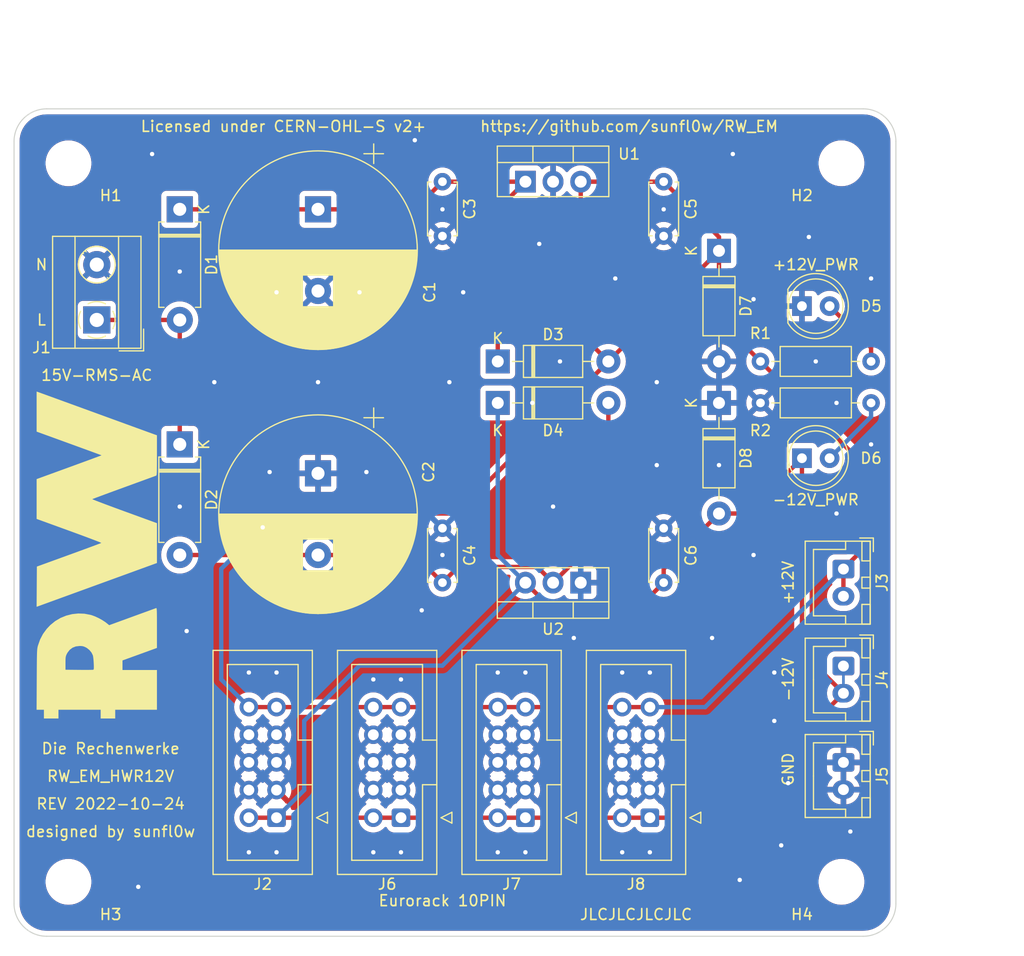
<source format=kicad_pcb>
(kicad_pcb (version 20211014) (generator pcbnew)
  (title_block (title "RW_EM_HWR12V") (date "2022-10-24") (rev "2022-10-24") (comment 1 "Licensed under CERN-OHL-S v2+") (comment 2 "https://github.com/sunfl0w/RW_EM"))
  (layers (0 "F.Cu" signal) (31 "B.Cu" signal) (34 "B.Paste" user) (35 "F.Paste" user) (36 "B.SilkS" user "B.Silkscreen") (37 "F.SilkS" user "F.Silkscreen") (38 "B.Mask" user) (39 "F.Mask" user) (44 "Edge.Cuts" user))
  (net 0 "")
  (net 1 "Net-(C1-Pad1)")
  (net 2 "GND")
  (net 3 "Net-(C2-Pad2)")
  (net 4 "+12V")
  (net 5 "-12V")
  (net 6 "Net-(D1-Pad2)")
  (net 7 "Net-(D5-Pad2)")
  (net 8 "Net-(D6-Pad2)")
  (footprint "RW_LOGO:RW_LOGO" (layer "F.Cu") (at 101.6 93.98 90)
    (fp_text reference "G***" hide)
    (fp_text value "LOGO" hide)
  )
  (footprint "Capacitor_THT:C_Disc_D4.7mm_W2.5mm_P5.00mm" (layer "F.Cu") (at 133.35 91.52 -90)
    (fp_text reference "C4" (at 2.5 -2.5 90) (layer "F.SilkS"))
    (fp_text value "1uF")
    (pad "1" thru_hole circle (at 0 0 270) (size 1.6 1.6) (drill 0.8) (layers *.Cu *.Mask) (net 2 "GND"))
    (pad "2" thru_hole circle (at 5 0 270) (size 1.6 1.6) (drill 0.8) (layers *.Cu *.Mask) (net 3 "Net-(C2-Pad2)"))
  )
  (footprint "Diode_THT:D_DO-41_SOD81_P10.16mm_Horizontal" (layer "F.Cu") (at 138.43 76.2)
    (fp_text reference "D3" (at 5.08 -2.47) (layer "F.SilkS"))
    (fp_text value "1n5819")
    (fp_text user "K" (at 0 -2.1) (layer "F.SilkS"))
    (pad "1" thru_hole rect (at 0 0) (size 2.2 2.2) (drill 1.1) (layers *.Cu *.Mask) (net 1 "Net-(C1-Pad1)"))
    (pad "2" thru_hole oval (at 10.16 0) (size 2.2 2.2) (drill 1.1) (layers *.Cu *.Mask) (net 4 "+12V"))
  )
  (footprint "Package_TO_SOT_THT:TO-220-3_Vertical" (layer "F.Cu") (at 140.97 59.69)
    (fp_text reference "U1" (at 9.525 -2.54) (layer "F.SilkS"))
    (fp_text value "L7812")
    (pad "1" thru_hole rect (at 0 0) (size 1.905 2) (drill 1.1) (layers *.Cu *.Mask) (net 1 "Net-(C1-Pad1)"))
    (pad "2" thru_hole oval (at 2.54 0) (size 1.905 2) (drill 1.1) (layers *.Cu *.Mask) (net 2 "GND"))
    (pad "3" thru_hole oval (at 5.08 0) (size 1.905 2) (drill 1.1) (layers *.Cu *.Mask) (net 4 "+12V"))
  )
  (footprint "Capacitor_THT:CP_Radial_D18.0mm_P7.50mm" (layer "F.Cu") (at 121.92 62.23 -90)
    (fp_text reference "C1" (at 7.62 -10.25 90) (layer "F.SilkS"))
    (fp_text value "4.7mF")
    (pad "1" thru_hole rect (at 0 0 270) (size 2.4 2.4) (drill 1.2) (layers *.Cu *.Mask) (net 1 "Net-(C1-Pad1)"))
    (pad "2" thru_hole circle (at 7.5 0 270) (size 2.4 2.4) (drill 1.2) (layers *.Cu *.Mask) (net 2 "GND"))
  )
  (footprint "MountingHole:MountingHole_3.2mm_M3" (layer "F.Cu") (at 99 124)
    (fp_text reference "H3" (at 3.87 3) (layer "F.SilkS"))
    (fp_text value "MountingHole")
    (pad "" np_thru_hole circle (at 0 0) (size 3.2 3.2) (drill 3.2) (layers *.Cu *.Mask))
  )
  (footprint "MountingHole:MountingHole_3.2mm_M3" (layer "F.Cu") (at 170 58)
    (fp_text reference "H2" (at -3.63 2.96) (layer "F.SilkS"))
    (fp_text value "MountingHole")
    (pad "" np_thru_hole circle (at 0 0) (size 3.2 3.2) (drill 3.2) (layers *.Cu *.Mask))
  )
  (footprint "MountingHole:MountingHole_3.2mm_M3" (layer "F.Cu") (at 99 58)
    (fp_text reference "H1" (at 3.87 2.96) (layer "F.SilkS"))
    (fp_text value "MountingHole")
    (pad "" np_thru_hole circle (at 0 0) (size 3.2 3.2) (drill 3.2) (layers *.Cu *.Mask))
  )
  (footprint "Connector_IDC:IDC-Header_2x05_P2.54mm_Vertical" (layer "F.Cu") (at 129.54 118.11 180)
    (fp_text reference "J6" (at 1.27 -6.1) (layer "F.SilkS"))
    (fp_text value "IDC_02x05")
    (pad "1" thru_hole roundrect (at 0 0 180) (size 1.7 1.7) (drill 1) (layers *.Cu *.Mask) (roundrect_rratio 0.1470588235) (net 5 "-12V"))
    (pad "2" thru_hole circle (at 2.54 0 180) (size 1.7 1.7) (drill 1) (layers *.Cu *.Mask) (net 5 "-12V"))
    (pad "3" thru_hole circle (at 0 2.54 180) (size 1.7 1.7) (drill 1) (layers *.Cu *.Mask) (net 2 "GND"))
    (pad "4" thru_hole circle (at 2.54 2.54 180) (size 1.7 1.7) (drill 1) (layers *.Cu *.Mask) (net 2 "GND"))
    (pad "5" thru_hole circle (at 0 5.08 180) (size 1.7 1.7) (drill 1) (layers *.Cu *.Mask) (net 2 "GND"))
    (pad "6" thru_hole circle (at 2.54 5.08 180) (size 1.7 1.7) (drill 1) (layers *.Cu *.Mask) (net 2 "GND"))
    (pad "7" thru_hole circle (at 0 7.62 180) (size 1.7 1.7) (drill 1) (layers *.Cu *.Mask) (net 2 "GND"))
    (pad "8" thru_hole circle (at 2.54 7.62 180) (size 1.7 1.7) (drill 1) (layers *.Cu *.Mask) (net 2 "GND"))
    (pad "9" thru_hole circle (at 0 10.16 180) (size 1.7 1.7) (drill 1) (layers *.Cu *.Mask) (net 4 "+12V"))
    (pad "10" thru_hole circle (at 2.54 10.16 180) (size 1.7 1.7) (drill 1) (layers *.Cu *.Mask) (net 4 "+12V"))
  )
  (footprint "Connector_IDC:IDC-Header_2x05_P2.54mm_Vertical" (layer "F.Cu") (at 140.97 118.11 180)
    (fp_text reference "J7" (at 1.27 -6.1) (layer "F.SilkS"))
    (fp_text value "IDC_02x05")
    (pad "1" thru_hole roundrect (at 0 0 180) (size 1.7 1.7) (drill 1) (layers *.Cu *.Mask) (roundrect_rratio 0.1470588235) (net 5 "-12V"))
    (pad "2" thru_hole circle (at 2.54 0 180) (size 1.7 1.7) (drill 1) (layers *.Cu *.Mask) (net 5 "-12V"))
    (pad "3" thru_hole circle (at 0 2.54 180) (size 1.7 1.7) (drill 1) (layers *.Cu *.Mask) (net 2 "GND"))
    (pad "4" thru_hole circle (at 2.54 2.54 180) (size 1.7 1.7) (drill 1) (layers *.Cu *.Mask) (net 2 "GND"))
    (pad "5" thru_hole circle (at 0 5.08 180) (size 1.7 1.7) (drill 1) (layers *.Cu *.Mask) (net 2 "GND"))
    (pad "6" thru_hole circle (at 2.54 5.08 180) (size 1.7 1.7) (drill 1) (layers *.Cu *.Mask) (net 2 "GND"))
    (pad "7" thru_hole circle (at 0 7.62 180) (size 1.7 1.7) (drill 1) (layers *.Cu *.Mask) (net 2 "GND"))
    (pad "8" thru_hole circle (at 2.54 7.62 180) (size 1.7 1.7) (drill 1) (layers *.Cu *.Mask) (net 2 "GND"))
    (pad "9" thru_hole circle (at 0 10.16 180) (size 1.7 1.7) (drill 1) (layers *.Cu *.Mask) (net 4 "+12V"))
    (pad "10" thru_hole circle (at 2.54 10.16 180) (size 1.7 1.7) (drill 1) (layers *.Cu *.Mask) (net 4 "+12V"))
  )
  (footprint "Diode_THT:D_DO-41_SOD81_P10.16mm_Horizontal" (layer "F.Cu") (at 158.75 80.01 -90)
    (fp_text reference "D8" (at 5.08 -2.47 90) (layer "F.SilkS"))
    (fp_text value "1n5819")
    (fp_text user "K" (at 0 2.54 90) (layer "F.SilkS"))
    (pad "1" thru_hole rect (at 0 0 270) (size 2.2 2.2) (drill 1.1) (layers *.Cu *.Mask) (net 2 "GND"))
    (pad "2" thru_hole oval (at 10.16 0 270) (size 2.2 2.2) (drill 1.1) (layers *.Cu *.Mask) (net 5 "-12V"))
  )
  (footprint "Connector_IDC:IDC-Header_2x05_P2.54mm_Vertical" (layer "F.Cu") (at 152.4 118.11 180)
    (fp_text reference "J8" (at 1.27 -6.1) (layer "F.SilkS"))
    (fp_text value "IDC_02x05")
    (pad "1" thru_hole roundrect (at 0 0 180) (size 1.7 1.7) (drill 1) (layers *.Cu *.Mask) (roundrect_rratio 0.1470588235) (net 5 "-12V"))
    (pad "2" thru_hole circle (at 2.54 0 180) (size 1.7 1.7) (drill 1) (layers *.Cu *.Mask) (net 5 "-12V"))
    (pad "3" thru_hole circle (at 0 2.54 180) (size 1.7 1.7) (drill 1) (layers *.Cu *.Mask) (net 2 "GND"))
    (pad "4" thru_hole circle (at 2.54 2.54 180) (size 1.7 1.7) (drill 1) (layers *.Cu *.Mask) (net 2 "GND"))
    (pad "5" thru_hole circle (at 0 5.08 180) (size 1.7 1.7) (drill 1) (layers *.Cu *.Mask) (net 2 "GND"))
    (pad "6" thru_hole circle (at 2.54 5.08 180) (size 1.7 1.7) (drill 1) (layers *.Cu *.Mask) (net 2 "GND"))
    (pad "7" thru_hole circle (at 0 7.62 180) (size 1.7 1.7) (drill 1) (layers *.Cu *.Mask) (net 2 "GND"))
    (pad "8" thru_hole circle (at 2.54 7.62 180) (size 1.7 1.7) (drill 1) (layers *.Cu *.Mask) (net 2 "GND"))
    (pad "9" thru_hole circle (at 0 10.16 180) (size 1.7 1.7) (drill 1) (layers *.Cu *.Mask) (net 4 "+12V"))
    (pad "10" thru_hole circle (at 2.54 10.16 180) (size 1.7 1.7) (drill 1) (layers *.Cu *.Mask) (net 4 "+12V"))
  )
  (footprint "Connector_JST:JST_XH_B2B-XH-A_1x02_P2.50mm_Vertical" (layer "F.Cu") (at 170.18 95.27 -90)
    (fp_text reference "J3" (at 1.25 -3.55 90) (layer "F.SilkS"))
    (fp_text value "DC_+12V_JST")
    (pad "1" thru_hole roundrect (at 0 0 270) (size 1.7 2) (drill 1) (layers *.Cu *.Mask) (roundrect_rratio 0.1470588235) (net 4 "+12V"))
    (pad "2" thru_hole oval (at 2.5 0 270) (size 1.7 2) (drill 1) (layers *.Cu *.Mask) (net 4 "+12V"))
  )
  (footprint "Diode_THT:D_DO-41_SOD81_P10.16mm_Horizontal" (layer "F.Cu") (at 158.75 66.04 -90)
    (fp_text reference "D7" (at 5.08 -2.47 90) (layer "F.SilkS"))
    (fp_text value "1n5819")
    (fp_text user "K" (at 0 2.54 90) (layer "F.SilkS"))
    (pad "1" thru_hole rect (at 0 0 270) (size 2.2 2.2) (drill 1.1) (layers *.Cu *.Mask) (net 4 "+12V"))
    (pad "2" thru_hole oval (at 10.16 0 270) (size 2.2 2.2) (drill 1.1) (layers *.Cu *.Mask) (net 2 "GND"))
  )
  (footprint "Capacitor_THT:C_Disc_D4.7mm_W2.5mm_P5.00mm" (layer "F.Cu") (at 153.67 91.52 -90)
    (fp_text reference "C6" (at 2.5 -2.5 90) (layer "F.SilkS"))
    (fp_text value "1uF")
    (pad "1" thru_hole circle (at 0 0 270) (size 1.6 1.6) (drill 0.8) (layers *.Cu *.Mask) (net 2 "GND"))
    (pad "2" thru_hole circle (at 5 0 270) (size 1.6 1.6) (drill 0.8) (layers *.Cu *.Mask) (net 5 "-12V"))
  )
  (footprint "Connector_JST:JST_XH_B2B-XH-A_1x02_P2.50mm_Vertical" (layer "F.Cu") (at 170.18 113.03 -90)
    (fp_text reference "J5" (at 1.25 -3.55 90) (layer "F.SilkS"))
    (fp_text value "DC_GND_JST")
    (pad "1" thru_hole roundrect (at 0 0 270) (size 1.7 2) (drill 1) (layers *.Cu *.Mask) (roundrect_rratio 0.1470588235) (net 2 "GND"))
    (pad "2" thru_hole oval (at 2.5 0 270) (size 1.7 2) (drill 1) (layers *.Cu *.Mask) (net 2 "GND"))
  )
  (footprint "Package_TO_SOT_THT:TO-220-3_Vertical" (layer "F.Cu") (at 146.05 96.52 180)
    (fp_text reference "U2" (at 2.54 -4.27) (layer "F.SilkS"))
    (fp_text value "L7912")
    (pad "1" thru_hole rect (at 0 0 180) (size 1.905 2) (drill 1.1) (layers *.Cu *.Mask) (net 2 "GND"))
    (pad "2" thru_hole oval (at 2.54 0 180) (size 1.905 2) (drill 1.1) (layers *.Cu *.Mask) (net 3 "Net-(C2-Pad2)"))
    (pad "3" thru_hole oval (at 5.08 0 180) (size 1.905 2) (drill 1.1) (layers *.Cu *.Mask) (net 5 "-12V"))
  )
  (footprint "Diode_THT:D_DO-15_P10.16mm_Horizontal" (layer "F.Cu") (at 109.22 83.82 -90)
    (fp_text reference "D2" (at 5.08 -2.92 90) (layer "F.SilkS"))
    (fp_text value "1n5062")
    (fp_text user "K" (at 0 -2.2 90) (layer "F.SilkS"))
    (pad "1" thru_hole rect (at 0 0 270) (size 2.4 2.4) (drill 1.2) (layers *.Cu *.Mask) (net 6 "Net-(D1-Pad2)"))
    (pad "2" thru_hole oval (at 10.16 0 270) (size 2.4 2.4) (drill 1.2) (layers *.Cu *.Mask) (net 3 "Net-(C2-Pad2)"))
  )
  (footprint "TerminalBlock_MetzConnect:TerminalBlock_MetzConnect_Type101_RT01602HBWC_1x02_P5.08mm_Horizontal" (layer "F.Cu") (at 101.6 72.39 90)
    (fp_text reference "J1" (at -2.54 -5.08 180) (layer "F.SilkS"))
    (fp_text value "AC_Screw_Connector")
    (pad "1" thru_hole rect (at 0 0 90) (size 2.5 2.5) (drill 1.3) (layers *.Cu *.Mask) (net 6 "Net-(D1-Pad2)"))
    (pad "2" thru_hole circle (at 5.08 0 90) (size 2.5 2.5) (drill 1.3) (layers *.Cu *.Mask) (net 2 "GND"))
  )
  (footprint "Diode_THT:D_DO-15_P10.16mm_Horizontal" (layer "F.Cu") (at 109.22 62.23 -90)
    (fp_text reference "D1" (at 5.08 -2.92 90) (layer "F.SilkS"))
    (fp_text value "1n5062")
    (fp_text user "K" (at 0 -2.2 90) (layer "F.SilkS"))
    (pad "1" thru_hole rect (at 0 0 270) (size 2.4 2.4) (drill 1.2) (layers *.Cu *.Mask) (net 1 "Net-(C1-Pad1)"))
    (pad "2" thru_hole oval (at 10.16 0 270) (size 2.4 2.4) (drill 1.2) (layers *.Cu *.Mask) (net 6 "Net-(D1-Pad2)"))
  )
  (footprint "Resistor_THT:R_Axial_DIN0207_L6.3mm_D2.5mm_P10.16mm_Horizontal" (layer "F.Cu") (at 162.56 80.01)
    (fp_text reference "R2" (at 0 2.54) (layer "F.SilkS"))
    (fp_text value "1k")
    (pad "1" thru_hole circle (at 0 0) (size 1.6 1.6) (drill 0.8) (layers *.Cu *.Mask) (net 2 "GND"))
    (pad "2" thru_hole oval (at 10.16 0) (size 1.6 1.6) (drill 0.8) (layers *.Cu *.Mask) (net 8 "Net-(D6-Pad2)"))
  )
  (footprint "MountingHole:MountingHole_3.2mm_M3" (layer "F.Cu") (at 170 124)
    (fp_text reference "H4" (at -3.63 3) (layer "F.SilkS"))
    (fp_text value "MountingHole")
    (pad "" np_thru_hole circle (at 0 0) (size 3.2 3.2) (drill 3.2) (layers *.Cu *.Mask))
  )
  (footprint "Capacitor_THT:CP_Radial_D18.0mm_P7.50mm" (layer "F.Cu") (at 121.92 86.48 -90)
    (fp_text reference "C2" (at -0.12 -10.16 90) (layer "F.SilkS"))
    (fp_text value "4.7mF")
    (pad "1" thru_hole rect (at 0 0 270) (size 2.4 2.4) (drill 1.2) (layers *.Cu *.Mask) (net 2 "GND"))
    (pad "2" thru_hole circle (at 7.5 0 270) (size 2.4 2.4) (drill 1.2) (layers *.Cu *.Mask) (net 3 "Net-(C2-Pad2)"))
  )
  (footprint "Capacitor_THT:C_Disc_D4.7mm_W2.5mm_P5.00mm" (layer "F.Cu") (at 153.67 59.69 -90)
    (fp_text reference "C5" (at 2.5 -2.5 90) (layer "F.SilkS"))
    (fp_text value "1uF")
    (pad "1" thru_hole circle (at 0 0 270) (size 1.6 1.6) (drill 0.8) (layers *.Cu *.Mask) (net 4 "+12V"))
    (pad "2" thru_hole circle (at 5 0 270) (size 1.6 1.6) (drill 0.8) (layers *.Cu *.Mask) (net 2 "GND"))
  )
  (footprint "LED_THT:LED_D5.0mm" (layer "F.Cu") (at 166.37 71.12)
    (fp_text reference "D5" (at 6.35 0) (layer "F.SilkS"))
    (fp_text value "+12V_LED")
    (pad "1" thru_hole rect (at 0 0) (size 1.8 1.8) (drill 0.9) (layers *.Cu *.Mask) (net 2 "GND"))
    (pad "2" thru_hole circle (at 2.54 0) (size 1.8 1.8) (drill 0.9) (layers *.Cu *.Mask) (net 7 "Net-(D5-Pad2)"))
  )
  (footprint "Capacitor_THT:C_Disc_D4.7mm_W2.5mm_P5.00mm" (layer "F.Cu") (at 133.35 59.69 -90)
    (fp_text reference "C3" (at 2.5 -2.5 90) (layer "F.SilkS"))
    (fp_text value "1uF")
    (pad "1" thru_hole circle (at 0 0 270) (size 1.6 1.6) (drill 0.8) (layers *.Cu *.Mask) (net 1 "Net-(C1-Pad1)"))
    (pad "2" thru_hole circle (at 5 0 270) (size 1.6 1.6) (drill 0.8) (layers *.Cu *.Mask) (net 2 "GND"))
  )
  (footprint "Connector_JST:JST_XH_B2B-XH-A_1x02_P2.50mm_Vertical" (layer "F.Cu") (at 170.18 104.18 -90)
    (fp_text reference "J4" (at 1.25 -3.55 90) (layer "F.SilkS"))
    (fp_text value "DC_-12V_JST")
    (pad "1" thru_hole roundrect (at 0 0 270) (size 1.7 2) (drill 1) (layers *.Cu *.Mask) (roundrect_rratio 0.1470588235) (net 5 "-12V"))
    (pad "2" thru_hole oval (at 2.5 0 270) (size 1.7 2) (drill 1) (layers *.Cu *.Mask) (net 5 "-12V"))
  )
  (footprint "LED_THT:LED_D5.0mm" (layer "F.Cu") (at 166.37 85.09)
    (fp_text reference "D6" (at 6.35 -0.000462) (layer "F.SilkS"))
    (fp_text value "-12V_LED")
    (pad "1" thru_hole rect (at 0 0) (size 1.8 1.8) (drill 0.9) (layers *.Cu *.Mask) (net 5 "-12V"))
    (pad "2" thru_hole circle (at 2.54 0) (size 1.8 1.8) (drill 0.9) (layers *.Cu *.Mask) (net 8 "Net-(D6-Pad2)"))
  )
  (footprint "Resistor_THT:R_Axial_DIN0207_L6.3mm_D2.5mm_P10.16mm_Horizontal" (layer "F.Cu") (at 162.56 76.2)
    (fp_text reference "R1" (at 0 -2.58) (layer "F.SilkS"))
    (fp_text value "1k")
    (pad "1" thru_hole circle (at 0 0) (size 1.6 1.6) (drill 0.8) (layers *.Cu *.Mask) (net 4 "+12V"))
    (pad "2" thru_hole oval (at 10.16 0) (size 1.6 1.6) (drill 0.8) (layers *.Cu *.Mask) (net 7 "Net-(D5-Pad2)"))
  )
  (footprint "Connector_IDC:IDC-Header_2x05_P2.54mm_Vertical" (layer "F.Cu") (at 118.11 118.11 180)
    (fp_text reference "J2" (at 1.27 -6.1) (layer "F.SilkS"))
    (fp_text value "IDC_02x05")
    (pad "1" thru_hole roundrect (at 0 0 180) (size 1.7 1.7) (drill 1) (layers *.Cu *.Mask) (roundrect_rratio 0.1470588235) (net 5 "-12V"))
    (pad "2" thru_hole circle (at 2.54 0 180) (size 1.7 1.7) (drill 1) (layers *.Cu *.Mask) (net 5 "-12V"))
    (pad "3" thru_hole circle (at 0 2.54 180) (size 1.7 1.7) (drill 1) (layers *.Cu *.Mask) (net 2 "GND"))
    (pad "4" thru_hole circle (at 2.54 2.54 180) (size 1.7 1.7) (drill 1) (layers *.Cu *.Mask) (net 2 "GND"))
    (pad "5" thru_hole circle (at 0 5.08 180) (size 1.7 1.7) (drill 1) (layers *.Cu *.Mask) (net 2 "GND"))
    (pad "6" thru_hole circle (at 2.54 5.08 180) (size 1.7 1.7) (drill 1) (layers *.Cu *.Mask) (net 2 "GND"))
    (pad "7" thru_hole circle (at 0 7.62 180) (size 1.7 1.7) (drill 1) (layers *.Cu *.Mask) (net 2 "GND"))
    (pad "8" thru_hole circle (at 2.54 7.62 180) (size 1.7 1.7) (drill 1) (layers *.Cu *.Mask) (net 2 "GND"))
    (pad "9" thru_hole circle (at 0 10.16 180) (size 1.7 1.7) (drill 1) (layers *.Cu *.Mask) (net 4 "+12V"))
    (pad "10" thru_hole circle (at 2.54 10.16 180) (size 1.7 1.7) (drill 1) (layers *.Cu *.Mask) (net 4 "+12V"))
  )
  (footprint "Diode_THT:D_DO-41_SOD81_P10.16mm_Horizontal" (layer "F.Cu") (at 138.43 80.01)
    (fp_text reference "D4" (at 5.08 2.54) (layer "F.SilkS"))
    (fp_text value "1n5819")
    (fp_text user "K" (at 0 2.54) (layer "F.SilkS"))
    (pad "1" thru_hole rect (at 0 0) (size 2.2 2.2) (drill 1.1) (layers *.Cu *.Mask) (net 5 "-12V"))
    (pad "2" thru_hole oval (at 10.16 0) (size 2.2 2.2) (drill 1.1) (layers *.Cu *.Mask) (net 3 "Net-(C2-Pad2)"))
  )
  (gr_arc (start 172 53) (mid 174.12132 53.87868) (end 175 56) (layer "Edge.Cuts") (width 0.1))
  (gr_line (start 97 53) (end 172 53) (layer "Edge.Cuts") (width 0.1))
  (gr_line (start 172 129) (end 97 129) (layer "Edge.Cuts") (width 0.1))
  (gr_arc (start 94 56) (mid 94.87868 53.87868) (end 97 53) (layer "Edge.Cuts") (width 0.1))
  (gr_arc (start 97 129) (mid 94.87868 128.12132) (end 94 126) (layer "Edge.Cuts") (width 0.1))
  (gr_line (start 175 56) (end 175 126) (layer "Edge.Cuts") (width 0.1))
  (gr_line (start 94 126) (end 94 56) (layer "Edge.Cuts") (width 0.1))
  (gr_arc (start 175 126) (mid 174.12132 128.12132) (end 172 129) (layer "Edge.Cuts") (width 0.1))
  (gr_text "Die Rechenwerke" (at 102.87 111.76) (layer "F.SilkS") (effects (font (size 1 1))))
  (gr_text "GND" (at 165.1 113.665 90) (layer "F.SilkS") (effects (font (size 1 1))))
  (gr_text "Eurorack 10PIN" (at 133.35 125.73) (layer "F.SilkS") (effects (font (size 1 1))))
  (gr_text "REV 2022-10-24" (at 102.87 116.84) (layer "F.SilkS") (effects (font (size 1 1))))
  (gr_text "designed by sunfl0w" (at 102.87 119.38) (layer "F.SilkS") (effects (font (size 1 1))))
  (gr_text "Licensed under CERN-OHL-S v2+" (at 118.745 54.61) (layer "F.SilkS") (effects (font (size 1 1))))
  (gr_text "https://github.com/sunfl0w/RW_EM" (at 150.495 54.61) (layer "F.SilkS") (effects (font (size 1 1))))
  (gr_text "RW_EM_HWR12V" (at 102.87 114.3) (layer "F.SilkS") (effects (font (size 1 1))))
  (gr_text "N" (at 96.52 67.31) (layer "F.SilkS") (effects (font (size 1 1))))
  (gr_text "15V-RMS-AC" (at 101.6 77.47) (layer "F.SilkS") (effects (font (size 1 1))))
  (gr_text "+12V" (at 165.1 96.52 90) (layer "F.SilkS") (effects (font (size 1 1))))
  (gr_text "L" (at 96.52 72.39) (layer "F.SilkS") (effects (font (size 1 1))))
  (gr_text "JLCJLCJLCJLC" (at 151.13 127) (layer "F.SilkS") (effects (font (size 1 1))))
  (gr_text "-12V_PWR" (at 167.64 88.9) (layer "F.SilkS") (effects (font (size 1 1))))
  (gr_text "-12V" (at 165.1 105.41 90) (layer "F.SilkS") (effects (font (size 1 1))))
  (gr_text "+12V_PWR" (at 167.64 67.31) (layer "F.SilkS") (effects (font (size 1 1))))
  (segment (start 138.43 76.2) (end 138.43 62.23) (width 0.4) (layer "F.Cu") (net 1))
  (segment (start 133.35 59.69) (end 140.97 59.69) (width 0.4) (layer "F.Cu") (net 1))
  (segment (start 109.22 62.23) (end 121.92 62.23) (width 0.4) (layer "F.Cu") (net 1))
  (segment (start 138.43 62.23) (end 140.97 59.69) (width 0.4) (layer "F.Cu") (net 1))
  (segment (start 130.81 62.23) (end 133.35 59.69) (width 0.4) (layer "F.Cu") (net 1))
  (segment (start 121.92 62.23) (end 130.81 62.23) (width 0.4) (layer "F.Cu") (net 1))
  (via (at 130.81 55.88) (size 0.8) (drill 0.4) (layers "F.Cu" "B.Cu") (net 2))
  (via (at 125.73 69.85) (size 0.8) (drill 0.4) (layers "F.Cu" "B.Cu") (net 2))
  (via (at 144.145 76.2) (size 0.8) (drill 0.4) (layers "F.Cu" "B.Cu") (net 2))
  (via (at 140.97 104.775) (size 0.8) (drill 0.4) (layers "F.Cu" "B.Cu") (net 2))
  (via (at 149.86 121.285) (size 0.8) (drill 0.4) (layers "F.Cu" "B.Cu") (net 2))
  (via (at 170.815 119.38) (size 0.8) (drill 0.4) (layers "F.Cu" "B.Cu") (net 2))
  (via (at 161.925 93.98) (size 0.8) (drill 0.4) (layers "F.Cu" "B.Cu") (net 2))
  (via (at 163.83 104.775) (size 0.8) (drill 0.4) (layers "F.Cu" "B.Cu") (net 2))
  (via (at 109.22 67.945) (size 0.8) (drill 0.4) (layers "F.Cu" "B.Cu") (net 2))
  (via (at 115.57 104.775) (size 0.8) (drill 0.4) (layers "F.Cu" "B.Cu") (net 2))
  (via (at 152.4 121.285) (size 0.8) (drill 0.4) (layers "F.Cu" "B.Cu") (net 2))
  (via (at 149.225 68.58) (size 0.8) (drill 0.4) (layers "F.Cu" "B.Cu") (net 2))
  (via (at 129.54 121.285) (size 0.8) (drill 0.4) (layers "F.Cu" "B.Cu") (net 2))
  (via (at 109.855 100.965) (size 0.8) (drill 0.4) (layers "F.Cu" "B.Cu") (net 2))
  (via (at 141.605 80.01) (size 0.8) (drill 0.4) (layers "F.Cu" "B.Cu") (net 2))
  (via (at 143.51 89.535) (size 0.8) (drill 0.4) (layers "F.Cu" "B.Cu") (net 2))
  (via (at 169.545 90.17) (size 0.8) (drill 0.4) (layers "F.Cu" "B.Cu") (net 2))
  (via (at 138.43 104.775) (size 0.8) (drill 0.4) (layers "F.Cu" "B.Cu") (net 2))
  (via (at 135.255 69.85) (size 0.8) (drill 0.4) (layers "F.Cu" "B.Cu") (net 2))
  (via (at 118.11 121.285) (size 0.8) (drill 0.4) (layers "F.Cu" "B.Cu") (net 2))
  (via (at 153.035 85.725) (size 0.8) (drill 0.4) (layers "F.Cu" "B.Cu") (net 2))
  (via (at 161.925 70.485) (size 0.8) (drill 0.4) (layers "F.Cu" "B.Cu") (net 2))
  (via (at 129.54 105.41) (size 0.8) (drill 0.4) (layers "F.Cu" "B.Cu") (net 2))
  (via (at 140.97 121.285) (size 0.8) (drill 0.4) (layers "F.Cu" "B.Cu") (net 2))
  (via (at 118.11 69.85) (size 0.8) (drill 0.4) (layers "F.Cu" "B.Cu") (net 2))
  (via (at 145.415 101.6) (size 0.8) (drill 0.4) (layers "F.Cu" "B.Cu") (net 2))
  (via (at 167.64 76.2) (size 0.8) (drill 0.4) (layers "F.Cu" "B.Cu") (net 2))
  (via (at 153.67 62.23) (size 0.8) (drill 0.4) (layers "F.Cu" "B.Cu") (net 2))
  (via (at 117.475 86.36) (size 0.8) (drill 0.4) (layers "F.Cu" "B.Cu") (net 2))
  (via (at 158.75 85.725) (size 0.8) (drill 0.4) (layers "F.Cu" "B.Cu") (net 2))
  (via (at 163.83 109.22) (size 0.8) (drill 0.4) (layers "F.Cu" "B.Cu") (net 2))
  (via (at 118.11 104.775) (size 0.8) (drill 0.4) (layers "F.Cu" "B.Cu") (net 2))
  (via (at 142.24 65.405) (size 0.8) (drill 0.4) (layers "F.Cu" "B.Cu") (net 2))
  (via (at 152.4 104.775) (size 0.8) (drill 0.4) (layers "F.Cu" "B.Cu") (net 2))
  (via (at 153.035 78.105) (size 0.8) (drill 0.4) (layers "F.Cu" "B.Cu") (net 2))
  (via (at 106.68 57.15) (size 0.8) (drill 0.4) (layers "F.Cu" "B.Cu") (net 2))
  (via (at 133.35 93.98) (size 0.8) (drill 0.4) (layers "F.Cu" "B.Cu") (net 2))
  (via (at 172.72 68.58) (size 0.8) (drill 0.4) (layers "F.Cu" "B.Cu") (net 2))
  (via (at 133.35 62.23) (size 0.8) (drill 0.4) (layers "F.Cu" "B.Cu") (net 2))
  (via (at 158.115 101.6) (size 0.8) (drill 0.4) (layers "F.Cu" "B.Cu") (net 2))
  (via (at 121.92 78.105) (size 0.8) (drill 0.4) (layers "F.Cu" "B.Cu") (net 2))
  (via (at 169.545 80.01) (size 0.8) (drill 0.4) (layers "F.Cu" "B.Cu") (net 2))
  (via (at 149.86 104.775) (size 0.8) (drill 0.4) (layers "F.Cu" "B.Cu") (net 2))
  (via (at 172.72 83.82) (size 0.8) (drill 0.4) (layers "F.Cu" "B.Cu") (net 2))
  (via (at 127 105.41) (size 0.8) (drill 0.4) (layers "F.Cu" "B.Cu") (net 2))
  (via (at 160.655 123.825) (size 0.8) (drill 0.4) (layers "F.Cu" "B.Cu") (net 2))
  (via (at 109.22 89.535) (size 0.8) (drill 0.4) (layers "F.Cu" "B.Cu") (net 2))
  (via (at 138.43 121.285) (size 0.8) (drill 0.4) (layers "F.Cu" "B.Cu") (net 2))
  (via (at 105.41 124.46) (size 0.8) (drill 0.4) (layers "F.Cu" "B.Cu") (net 2))
  (via (at 127 121.285) (size 0.8) (drill 0.4) (layers "F.Cu" "B.Cu") (net 2))
  (via (at 167.005 64.77) (size 0.8) (drill 0.4) (layers "F.Cu" "B.Cu") (net 2))
  (via (at 160.02 57.15) (size 0.8) (drill 0.4) (layers "F.Cu" "B.Cu") (net 2))
  (via (at 126.365 86.36) (size 0.8) (drill 0.4) (layers "F.Cu" "B.Cu") (net 2))
  (via (at 133.985 78.105) (size 0.8) (drill 0.4) (layers "F.Cu" "B.Cu") (net 2))
  (via (at 164.465 120.65) (size 0.8) (drill 0.4) (layers "F.Cu" "B.Cu") (net 2))
  (via (at 112.395 78.105) (size 0.8) (drill 0.4) (layers "F.Cu" "B.Cu") (net 2))
  (via (at 115.57 121.285) (size 0.8) (drill 0.4) (layers "F.Cu" "B.Cu") (net 2))
  (via (at 165.1 114.935) (size 0.8) (drill 0.4) (layers "F.Cu" "B.Cu") (net 2))
  (via (at 131.445 99.06) (size 0.8) (drill 0.4) (layers "F.Cu" "B.Cu") (net 2))
  (segment (start 134.792499 95.077501) (end 133.35 96.52) (width 0.4) (layer "F.Cu") (net 3))
  (segment (start 142.067501 95.077501) (end 134.792499 95.077501) (width 0.4) (layer "F.Cu") (net 3))
  (segment (start 148.59 91.44) (end 143.51 96.52) (width 0.4) (layer "F.Cu") (net 3))
  (segment (start 109.22 93.98) (end 121.92 93.98) (width 0.4) (layer "F.Cu") (net 3))
  (segment (start 121.92 93.98) (end 130.81 93.98) (width 0.4) (layer "F.Cu") (net 3))
  (segment (start 143.51 96.52) (end 142.067501 95.077501) (width 0.4) (layer "F.Cu") (net 3))
  (segment (start 130.81 93.98) (end 133.35 96.52) (width 0.4) (layer "F.Cu") (net 3))
  (segment (start 148.59 80.01) (end 148.59 91.44) (width 0.4) (layer "F.Cu") (net 3))
  (segment (start 149.86 107.95) (end 140.97 107.95) (width 0.4) (layer "F.Cu") (net 4))
  (segment (start 158.75 66.04) (end 158.75 72.39) (width 0.4) (layer "F.Cu") (net 4))
  (segment (start 152.4 107.95) (end 149.86 107.95) (width 0.4) (layer "F.Cu") (net 4))
  (segment (start 158.75 72.39) (end 162.56 76.2) (width 0.4) (layer "F.Cu") (net 4))
  (segment (start 134.62 90.17) (end 118.11 90.17) (width 0.4) (layer "F.Cu") (net 4))
  (segment (start 146.05 59.69) (end 153.67 59.69) (width 0.4) (layer "F.Cu") (net 4))
  (segment (start 118.11 107.95) (end 127 107.95) (width 0.4) (layer "F.Cu") (net 4))
  (segment (start 129.54 107.95) (end 138.43 107.95) (width 0.4) (layer "F.Cu") (net 4))
  (segment (start 148.59 76.2) (end 158.75 66.04) (width 0.4) (layer "F.Cu") (net 4))
  (segment (start 158.75 64.77) (end 158.75 66.04) (width 0.4) (layer "F.Cu") (net 4))
  (segment (start 127 107.95) (end 129.54 107.95) (width 0.4) (layer "F.Cu") (net 4))
  (segment (start 148.59 76.2) (end 134.62 90.17) (width 0.4) (layer "F.Cu") (net 4))
  (segment (start 115.57 107.95) (end 118.11 107.95) (width 0.4) (layer "F.Cu") (net 4))
  (segment (start 118.11 90.17) (end 116.84 91.44) (width 0.4) (layer "F.Cu") (net 4))
  (segment (start 172.72 86.36) (end 172.72 92.71) (width 0.4) (layer "F.Cu") (net 4))
  (segment (start 146.05 73.66) (end 148.59 76.2) (width 0.4) (layer "F.Cu") (net 4))
  (segment (start 146.05 59.69) (end 146.05 73.66) (width 0.4) (layer "F.Cu") (net 4))
  (segment (start 170.18 95.27) (end 170.18 97.77) (width 0.4) (layer "F.Cu") (net 4))
  (segment (start 172.72 92.71) (end 170.18 95.25) (width 0.4) (layer "F.Cu") (net 4))
  (segment (start 170.18 95.25) (end 170.18 95.27) (width 0.4) (layer "F.Cu") (net 4))
  (segment (start 138.43 107.95) (end 140.97 107.95) (width 0.4) (layer "F.Cu") (net 4))
  (segment (start 162.56 76.2) (end 172.72 86.36) (width 0.4) (layer "F.Cu") (net 4))
  (segment (start 153.67 59.69) (end 158.75 64.77) (width 0.4) (layer "F.Cu") (net 4))
  (via (at 116.84 91.44) (size 0.8) (drill 0.4) (layers "F.Cu" "B.Cu") (net 4))
  (segment (start 157.48 107.95) (end 152.4 107.95) (width 0.4) (layer "B.Cu") (net 4))
  (segment (start 170.18 95.25) (end 157.48 107.95) (width 0.4) (layer "B.Cu") (net 4))
  (segment (start 113.03 105.41) (end 113.03 95.25) (width 0.4) (layer "B.Cu") (net 4))
  (segment (start 116.84 91.44) (end 113.03 95.25) (width 0.4) (layer "B.Cu") (net 4))
  (segment (start 115.57 107.95) (end 113.03 105.41) (width 0.4) (layer "B.Cu") (net 4))
  (segment (start 143.51 99.06) (end 151.13 99.06) (width 0.4) (layer "F.Cu") (net 5))
  (segment (start 118.11 118.11) (end 127 118.11) (width 0.4) (layer "F.Cu") (net 5))
  (segment (start 170.18 106.68) (end 158.75 118.11) (width 0.4) (layer "F.Cu") (net 5))
  (segment (start 129.54 118.11) (end 138.43 118.11) (width 0.4) (layer "F.Cu") (net 5))
  (segment (start 161.29 90.17) (end 166.37 85.09) (width 0.4) (layer "F.Cu") (net 5))
  (segment (start 151.13 99.06) (end 153.67 96.52) (width 0.4) (layer "F.Cu") (net 5))
  (segment (start 153.67 95.25) (end 158.75 90.17) (width 0.4) (layer "F.Cu") (net 5))
  (segment (start 149.86 118.11) (end 140.97 118.11) (width 0.4) (layer "F.Cu") (net 5))
  (segment (start 158.75 118.11) (end 152.4 118.11) (width 0.4) (layer "F.Cu") (net 5))
  (segment (start 158.75 90.17) (end 161.29 90.17) (width 0.4) (layer "F.Cu") (net 5))
  (segment (start 138.43 118.11) (end 140.97 118.11) (width 0.4) (layer "F.Cu") (net 5))
  (segment (start 140.97 96.52) (end 143.51 99.06) (width 0.4) (layer "F.Cu") (net 5))
  (segment (start 153.67 96.52) (end 153.67 95.25) (width 0.4) (layer "F.Cu") (net 5))
  (segment (start 115.57 118.11) (end 118.11 118.11) (width 0.4) (layer "F.Cu") (net 5))
  (segment (start 170.18 106.68) (end 166.37 102.87) (width 0.4) (layer "F.Cu") (net 5))
  (segment (start 152.4 118.11) (end 149.86 118.11) (width 0.4) (layer "F.Cu") (net 5))
  (segment (start 166.37 102.87) (end 166.37 85.09) (width 0.4) (layer "F.Cu") (net 5))
  (segment (start 127 118.11) (end 129.54 118.11) (width 0.4) (layer "F.Cu") (net 5))
  (segment (start 140.97 96.52) (end 133.35 104.14) (width 0.4) (layer "B.Cu") (net 5))
  (segment (start 138.43 93.98) (end 140.97 96.52) (width 0.4) (layer "B.Cu") (net 5))
  (segment (start 120.65 115.57) (end 118.11 118.11) (width 0.4) (layer "B.Cu") (net 5))
  (segment (start 120.65 109.22) (end 120.65 115.57) (width 0.4) (layer "B.Cu") (net 5))
  (segment (start 138.43 80.01) (end 138.43 93.98) (width 0.4) (layer "B.Cu") (net 5))
  (segment (start 125.73 104.14) (end 120.65 109.22) (width 0.4) (layer "B.Cu") (net 5))
  (segment (start 133.35 104.14) (end 125.73 104.14) (width 0.4) (layer "B.Cu") (net 5))
  (segment (start 170.18 104.18) (end 170.18 106.68) (width 0.25) (layer "B.Cu") (net 5))
  (segment (start 109.22 72.39) (end 109.22 83.82) (width 0.4) (layer "F.Cu") (net 6))
  (segment (start 101.6 72.39) (end 109.22 72.39) (width 0.4) (layer "F.Cu") (net 6))
  (segment (start 172.72 74.93) (end 172.72 76.2) (width 0.4) (layer "F.Cu") (net 7))
  (segment (start 168.91 71.12) (end 172.72 74.93) (width 0.4) (layer "F.Cu") (net 7))
  (segment (start 168.91 85.09) (end 172.72 81.28) (width 0.4) (layer "B.Cu") (net 8))
  (segment (start 172.72 81.28) (end 172.72 80.01) (width 0.4) (layer "B.Cu") (net 8))
  (zone (net 2) (net_name "GND") (layer "F.Cu") (connect_pads (clearance 0.508)) (min_thickness 0.254) (fill yes (thermal_gap 0.508) (thermal_bridge_width 0.508))
    (polygon (pts (xy 176.53 130.81) (xy 92.71 130.81) (xy 92.71 52.07) (xy 176.53 52.07)))
  )
  (zone (net 2) (net_name "GND") (layer "B.Cu") (connect_pads (clearance 0.508)) (min_thickness 0.254) (fill yes (thermal_gap 0.508) (thermal_bridge_width 0.508))
    (polygon (pts (xy 176.53 130.81) (xy 92.71 130.81) (xy 92.71 52.07) (xy 176.53 52.07)))
  )
)
</source>
